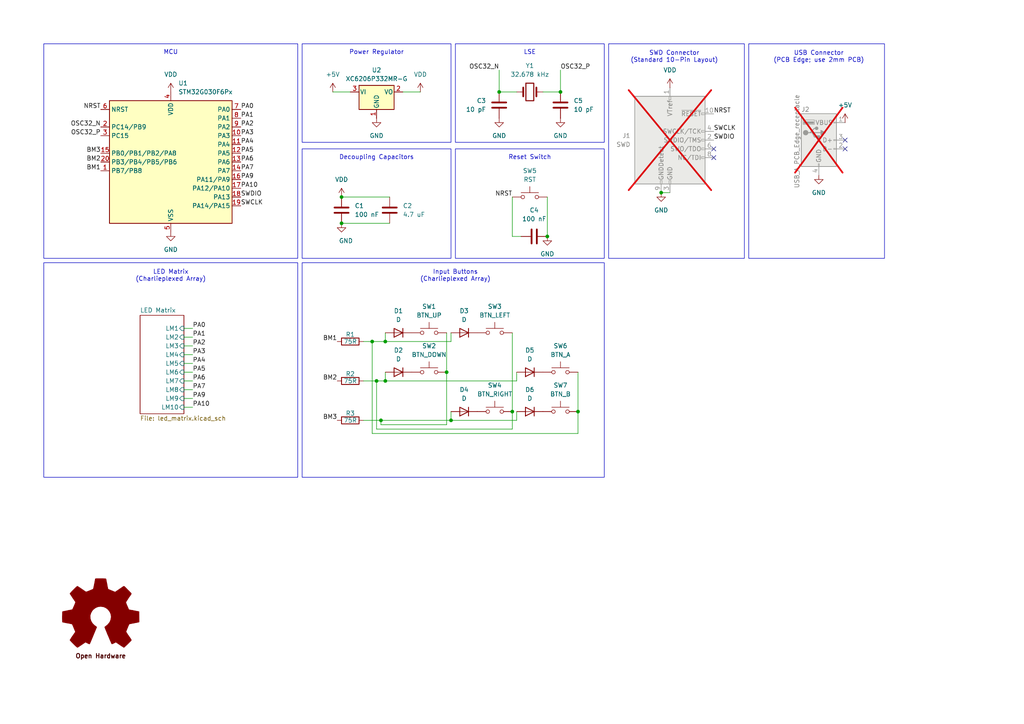
<source format=kicad_sch>
(kicad_sch (version 20231120) (generator "eeschema") (generator_version "8.0")
  (paper "A4")
  (title_block (title "Business Card") (date "2024-07-19") (rev "0") (company "Marian BUschsieweke"))
  (lib_symbols
    (symbol "Connector:Conn_ARM_JTAG_SWD_10" (pin_names (offset 1.016))
      (property "Reference" "J" (at -2.54 16.51 0))
      (property "Value" "Conn_ARM_JTAG_SWD_10" (at -2.54 13.97 0))
      (symbol "Conn_ARM_JTAG_SWD_10_0_1"
        (rectangle (start -10.16 12.7) (end 10.16 -12.7) (stroke (width 0.254)) (fill (type background)))
        (rectangle (start -2.794 -12.7) (end -2.286 -11.684))
        (rectangle (start -0.254 -12.7) (end 0.254 -11.684))
        (rectangle (start -0.254 12.7) (end 0.254 11.684))
        (rectangle (start 9.144 2.286) (end 10.16 2.794))
        (rectangle (start 10.16 -2.794) (end 9.144 -2.286))
        (rectangle (start 10.16 -0.254) (end 9.144 0.254))
        (rectangle (start 10.16 7.874) (end 9.144 7.366))
      )
      (symbol "Conn_ARM_JTAG_SWD_10_1_1"
        (rectangle (start 9.144 -5.334) (end 10.16 -4.826))
        (pin power_in line (at 0 15.24 270) (length 2.54) (name "VTref") (number "1"))
        (pin open_collector line (at 12.7 7.62 180) (length 2.54) (name "~{RESET}") (number "10"))
        (pin bidirectional line (at 12.7 0 180) (length 2.54) (name "SWDIO/TMS") (number "2"))
        (pin power_in line (at 0 -15.24 90) (length 2.54) (name "GND") (number "3"))
        (pin output line (at 12.7 2.54 180) (length 2.54) (name "SWCLK/TCK") (number "4"))
        (pin passive line (at 0 -15.24 90) (length 2.54) hide (name "GND") (number "5"))
        (pin input line (at 12.7 -2.54 180) (length 2.54) (name "SWO/TDO") (number "6"))
        (pin no_connect line (at -10.16 0 0) (length 2.54) hide (name "KEY") (number "7"))
        (pin output line (at 12.7 -5.08 180) (length 2.54) (name "NC/TDI") (number "8"))
        (pin passive line (at -2.54 -15.24 90) (length 2.54) (name "GNDDetect") (number "9"))
      )
    )
    (symbol "Device:C" (pin_numbers hide) (pin_names (offset 0.254))
      (property "Reference" "C" (at 0.635 2.54 0))
      (property "Value" "C" (at 0.635 -2.54 0))
      (symbol "C_0_1"
        (polyline (pts (xy -2.032 -0.762) (xy 2.032 -0.762)) (stroke (width 0.508)))
        (polyline (pts (xy -2.032 0.762) (xy 2.032 0.762)) (stroke (width 0.508)))
      )
      (symbol "C_1_1"
        (pin passive line (at 0 3.81 270) (length 2.794) (name "~") (number "1"))
        (pin passive line (at 0 -3.81 90) (length 2.794) (name "~") (number "2"))
      )
    )
    (symbol "Device:Crystal" (pin_numbers hide) (pin_names (offset 1.016) hide)
      (property "Reference" "Y" (at 0 3.81 0))
      (property "Value" "Crystal" (at 0 -3.81 0))
      (symbol "Crystal_0_1"
        (rectangle (start -1.143 2.54) (end 1.143 -2.54) (stroke (width 0.3048)))
        (polyline (pts (xy -2.54 0) (xy -1.905 0)))
        (polyline (pts (xy -1.905 -1.27) (xy -1.905 1.27)) (stroke (width 0.508)))
        (polyline (pts (xy 1.905 -1.27) (xy 1.905 1.27)) (stroke (width 0.508)))
        (polyline (pts (xy 2.54 0) (xy 1.905 0)))
      )
      (symbol "Crystal_1_1"
        (pin passive line (at -3.81 0 0) (length 1.27) (name "1") (number "1"))
        (pin passive line (at 3.81 0 180) (length 1.27) (name "2") (number "2"))
      )
    )
    (symbol "Device:D" (pin_numbers hide) (pin_names (offset 1.016) hide)
      (property "Reference" "D" (at 0 2.54 0))
      (property "Value" "D" (at 0 -2.54 0))
      (symbol "D_0_1"
        (polyline (pts (xy -1.27 1.27) (xy -1.27 -1.27)) (stroke (width 0.254)))
        (polyline (pts (xy 1.27 0) (xy -1.27 0)))
        (polyline (pts (xy 1.27 1.27) (xy 1.27 -1.27) (xy -1.27 0) (xy 1.27 1.27)) (stroke (width 0.254)))
      )
      (symbol "D_1_1"
        (pin passive line (at -3.81 0 0) (length 2.54) (name "K") (number "1"))
        (pin passive line (at 3.81 0 180) (length 2.54) (name "A") (number "2"))
      )
    )
    (symbol "Device:R" (pin_numbers hide) (pin_names (offset 0))
      (property "Reference" "R" (at 2.032 0 90))
      (property "Value" "R" (at 0 0 90))
      (symbol "R_0_1"
        (rectangle (start -1.016 -2.54) (end 1.016 2.54) (stroke (width 0.254)))
      )
      (symbol "R_1_1"
        (pin passive line (at 0 3.81 270) (length 1.27) (name "~") (number "1"))
        (pin passive line (at 0 -3.81 90) (length 1.27) (name "~") (number "2"))
      )
    )
    (symbol "Graphic:Logo_Open_Hardware_Large" (in_bom no) (on_board no)
      (symbol "Logo_Open_Hardware_Large_1_1"
        (polyline (pts (xy 6.731 -8.7122) (xy 6.6294 -8.6614) (xy 6.35 -8.4836) (xy 5.9944 -8.255) (xy 5.5372 -7.9502) (xy 5.1054 -7.6454) (xy 4.7498 -7.4168) (xy 4.4958 -7.239) (xy 4.3942 -7.1882) (xy 4.318 -7.2136) (xy 4.1148 -7.3152) (xy 3.81 -7.4676) (xy 3.6322 -7.5692) (xy 3.3528 -7.6708) (xy 3.2258 -7.6962) (xy 3.2004 -7.6708) (xy 3.0988 -7.4676) (xy 2.9464 -7.0866) (xy 2.7178 -6.604) (xy 2.4892 -6.0452) (xy 2.2352 -5.4356) (xy 1.9558 -4.826) (xy 1.7272 -4.2164) (xy 1.4986 -3.683) (xy 1.3208 -3.2512) (xy 1.2192 -2.9464) (xy 1.1684 -2.8194) (xy 1.1938 -2.794) (xy 1.3208 -2.667) (xy 1.5748 -2.4892) (xy 2.0828 -2.0574) (xy 2.6162 -1.397) (xy 2.921 -0.6604) (xy 3.048 0.1524) (xy 2.9464 0.9144) (xy 2.6416 1.6256) (xy 2.1336 2.286) (xy 1.524 2.7686) (xy 0.8128 3.0734) (xy 0 3.175) (xy -0.762 3.0988) (xy -1.4986 2.794) (xy -2.159 2.286) (xy -2.4384 1.9812) (xy -2.8194 1.3208) (xy -3.048 0.6096) (xy -3.0734 0.4318) (xy -3.0226 -0.3556) (xy -2.794 -1.0922) (xy -2.3876 -1.7526) (xy -1.8288 -2.3114) (xy -1.7526 -2.3622) (xy -1.4732 -2.5654) (xy -1.2954 -2.6924) (xy -1.1684 -2.8194) (xy -2.159 -5.207) (xy -2.3114 -5.588) (xy -2.5908 -6.2484) (xy -2.8194 -6.8072) (xy -3.0226 -7.2644) (xy -3.1496 -7.5692) (xy -3.2258 -7.6708) (xy -3.2258 -7.6962) (xy -3.302 -7.6962) (xy -3.4798 -7.6454) (xy -3.8354 -7.4676) (xy -4.0386 -7.366) (xy -4.2926 -7.239) (xy -4.4196 -7.1882) (xy -4.5212 -7.239) (xy -4.7498 -7.3914) (xy -5.1054 -7.6454) (xy -5.5372 -7.9248) (xy -5.9436 -8.2042) (xy -6.3246 -8.4582) (xy -6.604 -8.636) (xy -6.731 -8.7122) (xy -6.7564 -8.7122) (xy -6.858 -8.636) (xy -7.0866 -8.4582) (xy -7.4168 -8.1534) (xy -7.874 -7.6962) (xy -7.9502 -7.62) (xy -8.3312 -7.239) (xy -8.636 -6.9088) (xy -8.8392 -6.6802) (xy -8.9154 -6.5786) (xy -8.9154 -6.5786) (xy -8.8392 -6.4516) (xy -8.6614 -6.1722) (xy -8.4328 -5.7912) (xy -8.128 -5.3594) (xy -7.3152 -4.191) (xy -7.7724 -3.0988) (xy -7.8994 -2.7686) (xy -8.0772 -2.3622) (xy -8.2042 -2.0828) (xy -8.255 -1.9558) (xy -8.382 -1.905) (xy -8.6614 -1.8542) (xy -9.0932 -1.7526) (xy -9.6266 -1.651) (xy -10.1092 -1.5748) (xy -10.541 -1.4732) (xy -10.8712 -1.4224) (xy -11.0236 -1.397) (xy -11.049 -1.3716) (xy -11.0744 -1.2954) (xy -11.0998 -1.143) (xy -11.0998 -0.889) (xy -11.1252 -0.4572) (xy -11.1252 0.1524) (xy -11.1252 0.2286) (xy -11.0998 0.8128) (xy -11.0998 1.27) (xy -11.0744 1.5494) (xy -11.0744 1.6764) (xy -11.0744 1.6764) (xy -10.922 1.7018) (xy -10.6172 1.778) (xy -10.16 1.8542) (xy -9.652 1.9558) (xy -9.6012 1.9812) (xy -9.0932 2.0828) (xy -8.636 2.159) (xy -8.3312 2.2352) (xy -8.2042 2.286) (xy -8.1788 2.3114) (xy -8.0772 2.5146) (xy -7.9248 2.8448) (xy -7.747 3.2512) (xy -7.5692 3.6576) (xy -7.4168 4.0386) (xy -7.3152 4.318) (xy -7.2898 4.445) (xy -7.2898 4.445) (xy -7.366 4.572) (xy -7.5438 4.826) (xy -7.7978 5.207) (xy -8.128 5.6642) (xy -8.128 5.6896) (xy -8.4328 6.1468) (xy -8.6868 6.5278) (xy -8.8392 6.7818) (xy -8.9154 6.9088) (xy -8.9154 6.9088) (xy -8.8138 7.0358) (xy -8.5852 7.2898) (xy -8.255 7.6454) (xy -7.874 8.0264) (xy -7.747 8.1534) (xy -7.3152 8.5852) (xy -7.0104 8.8646) (xy -6.8326 8.9916) (xy -6.731 9.0424) (xy -6.731 9.0424) (xy -6.604 8.9408) (xy -6.3246 8.763) (xy -5.9436 8.509) (xy -5.4864 8.2042) (xy -5.461 8.1788) (xy -5.0038 7.874) (xy -4.6482 7.62) (xy -4.3688 7.4422) (xy -4.2672 7.3914) (xy -4.2418 7.3914) (xy -4.064 7.4422) (xy -3.7338 7.5438) (xy -3.3528 7.6962) (xy -2.9464 7.874) (xy -2.5654 8.0264) (xy -2.286 8.1534) (xy -2.159 8.2296) (xy -2.159 8.2296) (xy -2.1082 8.382) (xy -2.032 8.7122) (xy -1.9304 9.1694) (xy -1.8288 9.7282) (xy -1.8034 9.8044) (xy -1.7018 10.3378) (xy -1.6256 10.7696) (xy -1.5748 11.0744) (xy -1.524 11.2014) (xy -1.4478 11.2268) (xy -1.1938 11.2522) (xy -0.8128 11.2522) (xy -0.3302 11.2522) (xy 0.1524 11.2522) (xy 0.6604 11.2522) (xy 1.0668 11.2268) (xy 1.3716 11.2014) (xy 1.4986 11.176) (xy 1.4986 11.176) (xy 1.5494 11.0236) (xy 1.6256 10.6934) (xy 1.7018 10.2108) (xy 1.8288 9.6774) (xy 1.8288 9.5758) (xy 1.9304 9.0424) (xy 2.032 8.6106) (xy 2.0828 8.3058) (xy 2.1336 8.2042) (xy 2.159 8.1788) (xy 2.3876 8.0772) (xy 2.7432 7.9248) (xy 3.175 7.747) (xy 4.191 7.3406) (xy 5.461 8.2042) (xy 5.5626 8.2804) (xy 6.0198 8.5852) (xy 6.3754 8.8392) (xy 6.6294 8.9916) (xy 6.7564 9.0424) (xy 6.7564 9.0424) (xy 6.8834 8.9408) (xy 7.1374 8.7122) (xy 7.4676 8.382) (xy 7.8486 7.9756) (xy 8.1534 7.6962) (xy 8.4836 7.3406) (xy 8.7122 7.112) (xy 8.8392 6.9596) (xy 8.8646 6.858) (xy 8.8646 6.8072) (xy 8.7884 6.6802) (xy 8.6106 6.4008) (xy 8.3312 6.0198) (xy 8.0264 5.588) (xy 7.7978 5.207) (xy 7.5184 4.8006) (xy 7.3406 4.4958) (xy 7.2898 4.3434) (xy 7.2898 4.2926) (xy 7.3914 4.0386) (xy 7.5184 3.683) (xy 7.7216 3.2258) (xy 8.1534 2.2352) (xy 8.7884 2.1082) (xy 9.1948 2.0574) (xy 9.7536 1.9304) (xy 10.2616 1.8288) (xy 11.0998 1.6764) (xy 11.1252 -1.3208) (xy 10.9982 -1.3716) (xy 10.8712 -1.397) (xy 10.5664 -1.4732) (xy 10.1346 -1.5494) (xy 9.6266 -1.651) (xy 9.1948 -1.7272) (xy 8.7376 -1.8288) (xy 8.4328 -1.8796) (xy 8.2804 -1.905) (xy 8.255 -1.9558) (xy 8.1534 -2.159) (xy 7.9756 -2.5146) (xy 7.8232 -2.921) (xy 7.6454 -3.3274) (xy 7.493 -3.7338) (xy 7.366 -4.0132) (xy 7.3406 -4.191) (xy 7.3914 -4.2926) (xy 7.5692 -4.5466) (xy 7.7978 -4.9276) (xy 8.1026 -5.3594) (xy 8.4074 -5.7912) (xy 8.6614 -6.1722) (xy 8.8138 -6.4262) (xy 8.89 -6.5532) (xy 8.8646 -6.6548) (xy 8.6868 -6.858) (xy 8.3566 -7.1882) (xy 7.874 -7.6708) (xy 7.7978 -7.747) (xy 7.3914 -8.128) (xy 7.0612 -8.4328) (xy 6.8326 -8.636) (xy 6.731 -8.7122)) (fill (type outline)))
      )
    )
    (symbol "MCU_ST_STM32G0:STM32G030F6Px"
      (property "Reference" "U" (at -17.78 19.05 0))
      (property "Value" "STM32G030F6Px" (at 2.54 19.05 0))
      (symbol "STM32G030F6Px_0_1"
        (rectangle (start -17.78 -17.78) (end 17.78 17.78) (stroke (width 0.254)) (fill (type background)))
      )
      (symbol "STM32G030F6Px_1_1"
        (pin bidirectional line (at -20.32 -2.54 0) (length 2.54) (name "PB7/PB8") (number "1"))
        (pin bidirectional line (at 20.32 7.62 180) (length 2.54) (name "PA3") (number "10"))
        (pin bidirectional line (at 20.32 5.08 180) (length 2.54) (name "PA4") (number "11"))
        (pin bidirectional line (at 20.32 2.54 180) (length 2.54) (name "PA5") (number "12"))
        (pin bidirectional line (at 20.32 0 180) (length 2.54) (name "PA6") (number "13"))
        (pin bidirectional line (at 20.32 -2.54 180) (length 2.54) (name "PA7") (number "14"))
        (pin bidirectional line (at -20.32 2.54 0) (length 2.54) (name "PB0/PB1/PB2/PA8") (number "15"))
        (pin bidirectional line (at 20.32 -5.08 180) (length 2.54) (name "PA11/PA9") (number "16"))
        (pin bidirectional line (at 20.32 -7.62 180) (length 2.54) (name "PA12/PA10") (number "17"))
        (pin bidirectional line (at 20.32 -10.16 180) (length 2.54) (name "PA13") (number "18"))
        (pin bidirectional line (at 20.32 -12.7 180) (length 2.54) (name "PA14/PA15") (number "19"))
        (pin bidirectional line (at -20.32 10.16 0) (length 2.54) (name "PC14/PB9") (number "2"))
        (pin bidirectional line (at -20.32 0 0) (length 2.54) (name "PB3/PB4/PB5/PB6") (number "20"))
        (pin bidirectional line (at -20.32 7.62 0) (length 2.54) (name "PC15") (number "3"))
        (pin power_in line (at 0 20.32 270) (length 2.54) (name "VDD") (number "4"))
        (pin power_in line (at 0 -20.32 90) (length 2.54) (name "VSS") (number "5"))
        (pin input line (at -20.32 15.24 0) (length 2.54) (name "NRST") (number "6"))
        (pin bidirectional line (at 20.32 15.24 180) (length 2.54) (name "PA0") (number "7"))
        (pin bidirectional line (at 20.32 12.7 180) (length 2.54) (name "PA1") (number "8"))
        (pin bidirectional line (at 20.32 10.16 180) (length 2.54) (name "PA2") (number "9"))
      )
    )
    (symbol "Project Symbols:USB_A_PCB_Edge_receptacle" (pin_names (offset 1.016)) (in_bom no)
      (property "Reference" "J" (at -5.08 11.43 0))
      (property "Value" "USB_A_PCB_Edge_receptacle" (at -5.08 8.89 0))
      (symbol "USB_A_PCB_Edge_receptacle_0_1"
        (rectangle (start -5.08 -7.62) (end 5.08 7.62) (stroke (width 0.254)) (fill (type background)))
        (circle (center -3.81 2.159) (radius 0.635) (stroke (width 0.254)) (fill (type outline)))
        (rectangle (start -1.524 4.826) (end -4.318 5.334) (fill (type outline)))
        (rectangle (start -1.27 4.572) (end -4.572 5.842))
        (circle (center -0.635 3.429) (radius 0.381) (stroke (width 0.254)) (fill (type outline)))
        (rectangle (start -0.127 -7.62) (end 0.127 -6.858))
        (polyline (pts (xy -3.175 2.159) (xy -2.54 2.159) (xy -1.27 3.429) (xy -0.635 3.429)) (stroke (width 0.254)))
        (polyline (pts (xy -2.54 2.159) (xy -1.905 2.159) (xy -1.27 0.889) (xy 0 0.889)) (stroke (width 0.254)))
        (polyline (pts (xy 0.635 2.794) (xy 0.635 1.524) (xy 1.905 2.159) (xy 0.635 2.794)) (stroke (width 0.254)) (fill (type outline)))
        (rectangle (start 0.254 1.27) (end -0.508 0.508) (stroke (width 0.254)) (fill (type outline)))
        (rectangle (start 5.08 -2.667) (end 4.318 -2.413))
        (rectangle (start 5.08 -0.127) (end 4.318 0.127))
        (rectangle (start 5.08 4.953) (end 4.318 5.207))
      )
      (symbol "USB_A_PCB_Edge_receptacle_1_1"
        (polyline (pts (xy -1.905 2.159) (xy 0.635 2.159)) (stroke (width 0.254)))
        (pin power_out line (at 7.62 5.08 180) (length 2.54) (name "VBUS") (number "1"))
        (pin bidirectional line (at 7.62 -2.54 180) (length 2.54) (name "D-") (number "2"))
        (pin bidirectional line (at 7.62 0 180) (length 2.54) (name "D+") (number "3"))
        (pin power_out line (at 0 -10.16 90) (length 2.54) (name "GND") (number "4"))
      )
    )
    (symbol "Regulator_Linear:XC6206PxxxMR" (pin_names (offset 0.254))
      (property "Reference" "U" (at -3.81 3.175 0))
      (property "Value" "XC6206PxxxMR" (at 0 3.175 0))
      (symbol "XC6206PxxxMR_0_1"
        (rectangle (start -5.08 1.905) (end 5.08 -5.08) (stroke (width 0.254)) (fill (type background)))
      )
      (symbol "XC6206PxxxMR_1_1"
        (pin power_in line (at 0 -7.62 90) (length 2.54) (name "GND") (number "1"))
        (pin power_out line (at 7.62 0 180) (length 2.54) (name "VO") (number "2"))
        (pin power_in line (at -7.62 0 0) (length 2.54) (name "VI") (number "3"))
      )
    )
    (symbol "Switch:SW_Push" (pin_numbers hide) (pin_names (offset 1.016) hide)
      (property "Reference" "SW" (at 1.27 2.54 0))
      (property "Value" "SW_Push" (at 0 -1.524 0))
      (symbol "SW_Push_0_1"
        (circle (center -2.032 0) (radius 0.508))
        (polyline (pts (xy 0 1.27) (xy 0 3.048)))
        (polyline (pts (xy 2.54 1.27) (xy -2.54 1.27)))
        (circle (center 2.032 0) (radius 0.508))
        (pin passive line (at -5.08 0 0) (length 2.54) (name "1") (number "1"))
        (pin passive line (at 5.08 0 180) (length 2.54) (name "2") (number "2"))
      )
    )
    (symbol "power:+5V" (power) (pin_numbers hide) (pin_names (offset 0) hide)
      (property "Value" "+5V" (at 0 3.556 0))
      (symbol "+5V_0_1"
        (polyline (pts (xy -0.762 1.27) (xy 0 2.54)))
        (polyline (pts (xy 0 0) (xy 0 2.54)))
        (polyline (pts (xy 0 2.54) (xy 0.762 1.27)))
      )
      (symbol "+5V_1_1"
        (pin power_in line (at 0 0 90) (length 0) (name "~") (number "1"))
      )
    )
    (symbol "power:GND" (power) (pin_numbers hide) (pin_names (offset 0) hide)
      (property "Value" "GND" (at 0 -3.81 0))
      (symbol "GND_0_1"
        (polyline (pts (xy 0 0) (xy 0 -1.27) (xy 1.27 -1.27) (xy 0 -2.54) (xy -1.27 -1.27) (xy 0 -1.27)))
      )
      (symbol "GND_1_1"
        (pin power_in line (at 0 0 270) (length 0) (name "~") (number "1"))
      )
    )
    (symbol "power:VDD" (power) (pin_numbers hide) (pin_names (offset 0) hide)
      (property "Value" "VDD" (at 0 3.556 0))
      (symbol "VDD_0_1"
        (polyline (pts (xy -0.762 1.27) (xy 0 2.54)))
        (polyline (pts (xy 0 0) (xy 0 2.54)))
        (polyline (pts (xy 0 2.54) (xy 0.762 1.27)))
      )
      (symbol "VDD_1_1"
        (pin power_in line (at 0 0 90) (length 0) (name "~") (number "1"))
      )
    )
  )
  (junction (at 99.06 64.77))
  (junction (at 107.95 99.06))
  (junction (at 158.75 68.58))
  (junction (at 129.54 107.95))
  (junction (at 167.64 119.38))
  (junction (at 148.59 119.38))
  (junction (at 110.49 121.92))
  (junction (at 162.56 26.67))
  (junction (at 130.81 121.92))
  (junction (at 109.22 110.49))
  (junction (at 191.77 55.88))
  (junction (at 144.78 26.67))
  (junction (at 99.06 57.15))
  (junction (at 111.76 110.49))
  (junction (at 111.76 99.06))
  (no_connect (at 245.11 40.64))
  (no_connect (at 207.01 43.18))
  (no_connect (at 207.01 45.72))
  (no_connect (at 245.11 43.18))
  (wire (pts (xy 110.49 123.19) (xy 129.54 123.19)))
  (wire (pts (xy 130.81 96.52) (xy 130.81 99.06)))
  (wire (pts (xy 148.59 119.38) (xy 148.59 124.46)))
  (wire (pts (xy 105.41 121.92) (xy 110.49 121.92)))
  (wire (pts (xy 129.54 96.52) (xy 129.54 107.95)))
  (wire (pts (xy 53.34 115.57) (xy 55.88 115.57)))
  (wire (pts (xy 144.78 26.67) (xy 149.86 26.67)))
  (wire (pts (xy 110.49 121.92) (xy 110.49 123.19)))
  (wire (pts (xy 53.34 113.03) (xy 55.88 113.03)))
  (wire (pts (xy 109.22 124.46) (xy 148.59 124.46)))
  (wire (pts (xy 130.81 119.38) (xy 130.81 121.92)))
  (wire (pts (xy 130.81 121.92) (xy 149.86 121.92)))
  (wire (pts (xy 105.41 99.06) (xy 107.95 99.06)))
  (wire (pts (xy 191.77 55.88) (xy 194.31 55.88)))
  (wire (pts (xy 105.41 110.49) (xy 109.22 110.49)))
  (wire (pts (xy 144.78 20.32) (xy 144.78 26.67)))
  (wire (pts (xy 53.34 107.95) (xy 55.88 107.95)))
  (wire (pts (xy 167.64 107.95) (xy 167.64 119.38)))
  (wire (pts (xy 148.59 96.52) (xy 148.59 119.38)))
  (wire (pts (xy 53.34 97.79) (xy 55.88 97.79)))
  (wire (pts (xy 107.95 125.73) (xy 167.64 125.73)))
  (wire (pts (xy 96.52 26.67) (xy 101.6 26.67)))
  (wire (pts (xy 111.76 99.06) (xy 130.81 99.06)))
  (wire (pts (xy 53.34 95.25) (xy 55.88 95.25)))
  (wire (pts (xy 116.84 26.67) (xy 121.92 26.67)))
  (wire (pts (xy 53.34 110.49) (xy 55.88 110.49)))
  (wire (pts (xy 167.64 119.38) (xy 167.64 125.73)))
  (wire (pts (xy 129.54 107.95) (xy 129.54 123.19)))
  (wire (pts (xy 148.59 68.58) (xy 148.59 57.15)))
  (wire (pts (xy 157.48 26.67) (xy 162.56 26.67)))
  (wire (pts (xy 162.56 20.32) (xy 162.56 26.67)))
  (wire (pts (xy 151.13 68.58) (xy 148.59 68.58)))
  (wire (pts (xy 149.86 107.95) (xy 149.86 110.49)))
  (wire (pts (xy 99.06 64.77) (xy 113.03 64.77)))
  (wire (pts (xy 99.06 57.15) (xy 113.03 57.15)))
  (wire (pts (xy 109.22 110.49) (xy 109.22 124.46)))
  (wire (pts (xy 158.75 57.15) (xy 158.75 68.58)))
  (wire (pts (xy 109.22 110.49) (xy 111.76 110.49)))
  (wire (pts (xy 149.86 119.38) (xy 149.86 121.92)))
  (wire (pts (xy 107.95 99.06) (xy 107.95 125.73)))
  (wire (pts (xy 53.34 100.33) (xy 55.88 100.33)))
  (wire (pts (xy 111.76 96.52) (xy 111.76 99.06)))
  (wire (pts (xy 110.49 121.92) (xy 130.81 121.92)))
  (wire (pts (xy 107.95 99.06) (xy 111.76 99.06)))
  (wire (pts (xy 53.34 118.11) (xy 55.88 118.11)))
  (wire (pts (xy 111.76 107.95) (xy 111.76 110.49)))
  (wire (pts (xy 53.34 102.87) (xy 55.88 102.87)))
  (wire (pts (xy 53.34 105.41) (xy 55.88 105.41)))
  (wire (pts (xy 111.76 110.49) (xy 149.86 110.49)))
  (rectangle (start 87.63 76.2) (end 175.26 138.43))
  (rectangle (start 176.53 12.7) (end 215.9 74.93))
  (rectangle (start 12.7 76.2) (end 86.36 138.43))
  (rectangle (start 217.17 12.7) (end 256.54 74.93))
  (rectangle (start 132.08 43.18) (end 175.26 74.93))
  (rectangle (start 132.08 12.7) (end 175.26 41.275))
  (rectangle (start 87.63 12.7) (end 130.81 41.275))
  (rectangle (start 12.7 12.7) (end 86.36 74.93))
  (rectangle (start 87.63 43.18) (end 130.81 74.93))
  (text "Input Buttons\n(Charlieplexed Array)" (at 132.08 80.01 0) (effects (font (size 1.27 1.27))))
  (text "SWD Connector\n(Standard 10-Pin Layout)" (at 195.58 16.51 0) (effects (font (size 1.27 1.27))))
  (text "MCU" (at 49.53 15.24 0) (effects (font (size 1.27 1.27))))
  (text "Reset Switch" (at 153.67 45.72 0) (effects (font (size 1.27 1.27))))
  (text "Power Regulator" (at 109.22 15.24 0) (effects (font (size 1.27 1.27))))
  (text "LSE" (at 153.67 15.24 0) (effects (font (size 1.27 1.27))))
  (text "Decoupling Capacitors" (at 109.22 45.72 0) (effects (font (size 1.27 1.27))))
  (text "USB Connector\n(PCB Edge; use 2mm PCB)" (at 237.49 16.51 0) (effects (font (size 1.27 1.27))))
  (text "LED Matrix\n(Charlieplexed Array)" (at 49.53 80.01 0) (effects (font (size 1.27 1.27))))
  (text "Open Hardware" (at 29.21 190.5 0) (effects (font (size 1.27 1.27) (thickness 0.254) (bold yes))))
  (label "PA7" (at 69.85 49.53 0))
  (label "PA5" (at 69.85 44.45 0))
  (label "PA7" (at 55.88 113.03 0))
  (label "SWCLK" (at 69.85 59.69 0))
  (label "PA10" (at 69.85 54.61 0))
  (label "PA3" (at 55.88 102.87 0))
  (label "BM3" (at 29.21 44.45 180))
  (label "PA2" (at 69.85 36.83 0))
  (label "PA3" (at 69.85 39.37 0))
  (label "PA6" (at 55.88 110.49 0))
  (label "SWDIO" (at 207.01 40.64 0))
  (label "BM2" (at 29.21 46.99 180))
  (label "PA10" (at 55.88 118.11 0))
  (label "BM2" (at 97.79 110.49 180))
  (label "OSC32_N" (at 144.78 20.32 180))
  (label "PA0" (at 69.85 31.75 0))
  (label "PA4" (at 69.85 41.91 0))
  (label "PA1" (at 55.88 97.79 0))
  (label "PA9" (at 69.85 52.07 0))
  (label "SWCLK" (at 207.01 38.1 0))
  (label "OSC32_P" (at 162.56 20.32 0))
  (label "NRST" (at 148.59 57.15 180))
  (label "PA4" (at 55.88 105.41 0))
  (label "PA5" (at 55.88 107.95 0))
  (label "PA2" (at 55.88 100.33 0))
  (label "SWDIO" (at 69.85 57.15 0))
  (label "BM1" (at 97.79 99.06 180))
  (label "OSC32_N" (at 29.21 36.83 180))
  (label "NRST" (at 207.01 33.02 0))
  (label "PA1" (at 69.85 34.29 0))
  (label "NRST" (at 29.21 31.75 180))
  (label "PA9" (at 55.88 115.57 0))
  (label "PA0" (at 55.88 95.25 0))
  (label "OSC32_P" (at 29.21 39.37 180))
  (label "BM3" (at 97.79 121.92 180))
  (label "BM1" (at 29.21 49.53 180))
  (label "PA6" (at 69.85 46.99 0))
  (symbol (lib_id "power:VDD") (at 49.53 26.67 0) (unit 1)
    (property "Reference" "#PWR01" (effects (hide yes)))
    (property "Value" "VDD" (at 49.53 21.59 0))
    (property "Description" "Power symbol creates a global label with name \"VDD\"" (effects (hide yes)))
  )
  (symbol (lib_id "Switch:SW_Push") (at 162.56 119.38 0) (unit 1)
    (property "Reference" "SW7" (at 162.56 111.76 0))
    (property "Value" "BTN_B" (at 162.56 114.3 0))
    (property "Footprint" "Button_Switch_SMD:SW_Push_1P1T_XKB_TS-1187A" (effects (hide yes)))
    (property "Datasheet" "https://wmsc.lcsc.com/wmsc/upload/file/pdf/v2/lcsc/2304140030_XKB-Connection-TS-1187A-B-A-B_C318884.pdf" (effects (hide yes)))
    (property "Description" "Push button switch, generic, two pins" (effects (hide yes)))
    (property "MPN" "C318884" (effects (hide yes)))
  )
  (symbol (lib_id "power:GND") (at 49.53 67.31 0) (unit 1)
    (property "Reference" "#PWR02" (effects (hide yes)))
    (property "Value" "GND" (at 49.53 72.39 0))
    (property "Description" "Power symbol creates a global label with name \"GND\" , ground" (effects (hide yes)))
  )
  (symbol (lib_id "power:GND") (at 162.56 34.29 0) (unit 1)
    (property "Reference" "#PWR010" (effects (hide yes)))
    (property "Value" "GND" (at 162.56 39.37 0))
    (property "Description" "Power symbol creates a global label with name \"GND\" , ground" (effects (hide yes)))
  )
  (symbol (lib_id "Device:C") (at 154.94 68.58 90) (unit 1)
    (property "Reference" "C4" (at 154.94 60.96 90))
    (property "Value" "100 nF" (at 154.94 63.5 90))
    (property "Footprint" "Capacitor_SMD:C_0402_1005Metric" (effects (hide yes)))
    (property "Datasheet" "https://wmsc.lcsc.com/wmsc/upload/file/pdf/v2/lcsc/2304140030_Samsung-Electro-Mechanics-CL05B104KO5NNNC_C1525.pdf" (effects (hide yes)))
    (property "Description" "Unpolarized capacitor" (effects (hide yes)))
    (property "MPN" "C1525" (effects (hide yes)))
  )
  (symbol (lib_id "power:GND") (at 237.49 50.8 0) (unit 1)
    (property "Reference" "#PWR013" (effects (hide yes)))
    (property "Value" "GND" (at 237.49 55.88 0))
    (property "Description" "Power symbol creates a global label with name \"GND\" , ground" (effects (hide yes)))
  )
  (symbol (lib_id "power:GND") (at 158.75 68.58 0) (unit 1)
    (property "Reference" "#PWR09" (effects (hide yes)))
    (property "Value" "GND" (at 158.75 73.66 0))
    (property "Description" "Power symbol creates a global label with name \"GND\" , ground" (effects (hide yes)))
  )
  (symbol (lib_id "Project Symbols:USB_A_PCB_Edge_receptacle") (at 237.49 40.64 0) (unit 1) (in_bom no) (dnp yes)
    (property "Reference" "J2" (at 232.41 31.75 0) (effects (justify left)))
    (property "Value" "USB_A_PCB_Edge_receptacle" (at 231.14 54.61 90) (effects (justify left)))
    (property "Footprint" "Project Footprints:USB_A_PCB_Edge_receptacle" (effects (hide yes)))
    (property "Description" "USB Type A connector" (effects (hide yes)))
  )
  (symbol (lib_id "power:VDD") (at 121.92 26.67 0) (unit 1)
    (property "Reference" "#PWR07" (effects (hide yes)))
    (property "Value" "VDD" (at 121.92 21.59 0))
    (property "Description" "Power symbol creates a global label with name \"VDD\"" (effects (hide yes)))
  )
  (symbol (lib_id "Device:C") (at 162.56 30.48 0) (unit 1)
    (property "Reference" "C5" (at 166.37 29.2099 0) (effects (justify left)))
    (property "Value" "10 pF" (at 166.37 31.7499 0) (effects (justify left)))
    (property "Footprint" "Capacitor_SMD:C_0402_1005Metric" (effects (hide yes)))
    (property "Datasheet" "https://wmsc.lcsc.com/wmsc/upload/file/pdf/v2/lcsc/2304140030_Samsung-Electro-Mechanics-CL05C100JB5NNNC_C32949.pdf" (effects (hide yes)))
    (property "Description" "Unpolarized capacitor" (effects (hide yes)))
    (property "MPN" "C32949" (effects (hide yes)))
  )
  (symbol (lib_id "Device:D") (at 115.57 107.95 180) (unit 1)
    (property "Reference" "D2" (at 115.57 101.6 0))
    (property "Value" "D" (at 115.57 104.14 0))
    (property "Footprint" "Diode_SMD:D_SOD-123F" (effects (hide yes)))
    (property "Datasheet" "https://wmsc.lcsc.com/wmsc/upload/file/pdf/v2/lcsc/2407101127_MDD-Microdiode-Semiconductor-SM4007PL_C64898.pdf" (effects (hide yes)))
    (property "Description" "Diode" (effects (hide yes)))
    (property "Sim.Device" "D" (effects (hide yes)))
    (property "Sim.Pins" "1=K 2=A" (effects (hide yes)))
    (property "MPN" "C64898" (effects (hide yes)))
  )
  (symbol (lib_id "power:+5V") (at 96.52 26.67 0) (unit 1)
    (property "Reference" "#PWR03" (effects (hide yes)))
    (property "Value" "+5V" (at 96.52 21.59 0))
    (property "Description" "Power symbol creates a global label with name \"+5V\"" (effects (hide yes)))
  )
  (symbol (lib_id "Regulator_Linear:XC6206PxxxMR") (at 109.22 26.67 0) (unit 1)
    (property "Reference" "U2" (at 109.22 20.32 0))
    (property "Value" "XC6206P332MR-G" (at 109.22 22.86 0))
    (property "Footprint" "Package_TO_SOT_SMD:SOT-23-3" (effects (hide yes)))
    (property "Datasheet" "https://www.torexsemi.com/file/xc6206/XC6206.pdf" (effects (hide yes)))
    (property "Description" "Positive 60-250mA Low Dropout Regulator, Fixed Output, SOT-23" (effects (hide yes)))
    (property "MPN" "C5446" (effects (hide yes)))
  )
  (symbol (lib_id "Switch:SW_Push") (at 124.46 96.52 0) (unit 1)
    (property "Reference" "SW1" (at 124.46 88.9 0))
    (property "Value" "BTN_UP" (at 124.46 91.44 0))
    (property "Footprint" "Button_Switch_SMD:SW_Push_1P1T_XKB_TS-1187A" (effects (hide yes)))
    (property "Datasheet" "https://wmsc.lcsc.com/wmsc/upload/file/pdf/v2/lcsc/2304140030_XKB-Connection-TS-1187A-B-A-B_C318884.pdf" (effects (hide yes)))
    (property "Description" "Push button switch, generic, two pins" (effects (hide yes)))
    (property "MPN" "C318884" (effects (hide yes)))
  )
  (symbol (lib_id "Device:R") (at 101.6 121.92 90) (unit 1)
    (property "Reference" "R3" (at 101.6 119.888 90))
    (property "Value" "75R" (at 101.6 121.92 90))
    (property "Footprint" "Resistor_SMD:R_0603_1608Metric" (effects (hide yes)))
    (property "Datasheet" "https://wmsc.lcsc.com/wmsc/upload/file/pdf/v2/lcsc/2206010216_UNI-ROYAL-Uniroyal-Elec-0603WAF750JT5E_C4275.pdf" (effects (hide yes)))
    (property "Description" "Resistor" (effects (hide yes)))
    (property "MPN" "C4275" (effects (hide yes)))
  )
  (symbol (lib_id "Device:D") (at 115.57 96.52 180) (unit 1)
    (property "Reference" "D1" (at 115.57 90.17 0))
    (property "Value" "D" (at 115.57 92.71 0))
    (property "Footprint" "Diode_SMD:D_SOD-123F" (effects (hide yes)))
    (property "Datasheet" "https://wmsc.lcsc.com/wmsc/upload/file/pdf/v2/lcsc/2407101127_MDD-Microdiode-Semiconductor-SM4007PL_C64898.pdf" (effects (hide yes)))
    (property "Description" "Diode" (effects (hide yes)))
    (property "Sim.Device" "D" (effects (hide yes)))
    (property "Sim.Pins" "1=K 2=A" (effects (hide yes)))
    (property "MPN" "C64898" (effects (hide yes)))
  )
  (symbol (lib_id "Device:Crystal") (at 153.67 26.67 0) (unit 1)
    (property "Reference" "Y1" (at 153.67 19.05 0))
    (property "Value" "32.678 kHz" (at 153.67 21.59 0))
    (property "Footprint" "Crystal:Crystal_SMD_3215-2Pin_3.2x1.5mm" (effects (hide yes)))
    (property "Datasheet" "https://wmsc.lcsc.com/wmsc/upload/file/pdf/v2/lcsc/2404180925_Seiko-Epson-Q13FC13500004_C32346.pdf" (effects (hide yes)))
    (property "Description" "Two pin crystal" (effects (hide yes)))
    (property "MPN" "C32346" (effects (hide yes)))
  )
  (symbol (lib_id "Device:C") (at 144.78 30.48 0) (unit 1)
    (property "Reference" "C3" (at 140.97 29.21 0) (effects (justify right)))
    (property "Value" "10 pF" (at 140.97 31.75 0) (effects (justify right)))
    (property "Footprint" "Capacitor_SMD:C_0402_1005Metric" (effects (hide yes)))
    (property "Datasheet" "https://wmsc.lcsc.com/wmsc/upload/file/pdf/v2/lcsc/2304140030_Samsung-Electro-Mechanics-CL05C100JB5NNNC_C32949.pdf" (effects (hide yes)))
    (property "Description" "Unpolarized capacitor" (effects (hide yes)))
    (property "MPN" "C32949" (effects (hide yes)))
  )
  (symbol (lib_id "Switch:SW_Push") (at 153.67 57.15 0) (unit 1)
    (property "Reference" "SW5" (at 153.67 49.53 0))
    (property "Value" "RST" (at 153.67 52.07 0))
    (property "Footprint" "Button_Switch_SMD:SW_Push_1P1T_XKB_TS-1187A" (effects (hide yes)))
    (property "Datasheet" "https://wmsc.lcsc.com/wmsc/upload/file/pdf/v2/lcsc/2304140030_XKB-Connection-TS-1187A-B-A-B_C318884.pdf" (effects (hide yes)))
    (property "Description" "Push button switch, generic, two pins" (effects (hide yes)))
    (property "MPN" "C318884" (effects (hide yes)))
  )
  (symbol (lib_id "MCU_ST_STM32G0:STM32G030F6Px") (at 49.53 46.99 0) (unit 1)
    (property "Reference" "U1" (at 51.7241 24.13 0) (effects (justify left)))
    (property "Value" "STM32G030F6Px" (at 51.7241 26.67 0) (effects (justify left)))
    (property "Footprint" "Package_SO:TSSOP-20_4.4x6.5mm_P0.65mm" (effects (hide yes)))
    (property "Datasheet" "https://www.st.com/resource/en/datasheet/stm32g030f6.pdf" (effects (hide yes)))
    (property "Description" "STMicroelectronics Arm Cortex-M0+ MCU, 32KB flash, 8KB RAM, 64 MHz, 2.0-3.6V, 17 GPIO, TSSOP20" (effects (hide yes)))
    (property "MPN" "C529330" (effects (hide yes)))
  )
  (symbol (lib_id "Switch:SW_Push") (at 143.51 96.52 0) (unit 1)
    (property "Reference" "SW3" (at 143.51 88.9 0))
    (property "Value" "BTN_LEFT" (at 143.51 91.44 0))
    (property "Footprint" "Button_Switch_SMD:SW_Push_1P1T_XKB_TS-1187A" (effects (hide yes)))
    (property "Datasheet" "https://wmsc.lcsc.com/wmsc/upload/file/pdf/v2/lcsc/2304140030_XKB-Connection-TS-1187A-B-A-B_C318884.pdf" (effects (hide yes)))
    (property "Description" "Push button switch, generic, two pins" (effects (hide yes)))
    (property "MPN" "C318884" (effects (hide yes)))
  )
  (symbol (lib_id "power:VDD") (at 99.06 57.15 0) (unit 1)
    (property "Reference" "#PWR04" (effects (hide yes)))
    (property "Value" "VDD" (at 99.06 52.07 0))
    (property "Description" "Power symbol creates a global label with name \"VDD\"" (effects (hide yes)))
  )
  (symbol (lib_id "Device:R") (at 101.6 110.49 90) (unit 1)
    (property "Reference" "R2" (at 101.6 108.458 90))
    (property "Value" "75R" (at 101.6 110.49 90))
    (property "Footprint" "Resistor_SMD:R_0603_1608Metric" (effects (hide yes)))
    (property "Datasheet" "https://wmsc.lcsc.com/wmsc/upload/file/pdf/v2/lcsc/2206010216_UNI-ROYAL-Uniroyal-Elec-0603WAF750JT5E_C4275.pdf" (effects (hide yes)))
    (property "Description" "Resistor" (effects (hide yes)))
    (property "MPN" "C4275" (effects (hide yes)))
  )
  (symbol (lib_id "Device:D") (at 153.67 119.38 180) (unit 1)
    (property "Reference" "D6" (at 153.67 113.03 0))
    (property "Value" "D" (at 153.67 115.57 0))
    (property "Footprint" "Diode_SMD:D_SOD-123F" (effects (hide yes)))
    (property "Datasheet" "https://wmsc.lcsc.com/wmsc/upload/file/pdf/v2/lcsc/2407101127_MDD-Microdiode-Semiconductor-SM4007PL_C64898.pdf" (effects (hide yes)))
    (property "Description" "Diode" (effects (hide yes)))
    (property "Sim.Device" "D" (effects (hide yes)))
    (property "Sim.Pins" "1=K 2=A" (effects (hide yes)))
    (property "MPN" "C64898" (effects (hide yes)))
  )
  (symbol (lib_id "Device:C") (at 99.06 60.96 0) (unit 1)
    (property "Reference" "C1" (at 102.87 59.6899 0) (effects (justify left)))
    (property "Value" "100 nF" (at 102.87 62.2299 0) (effects (justify left)))
    (property "Footprint" "Capacitor_SMD:C_0402_1005Metric" (effects (hide yes)))
    (property "Datasheet" "https://wmsc.lcsc.com/wmsc/upload/file/pdf/v2/lcsc/2304140030_Samsung-Electro-Mechanics-CL05B104KO5NNNC_C1525.pdf" (effects (hide yes)))
    (property "Description" "Unpolarized capacitor" (effects (hide yes)))
    (property "MPN" "C1525" (effects (hide yes)))
  )
  (symbol (lib_id "power:GND") (at 99.06 64.77 0) (unit 1)
    (property "Reference" "#PWR05" (effects (hide yes)))
    (property "Value" "GND" (at 100.33 69.85 0))
    (property "Description" "Power symbol creates a global label with name \"GND\" , ground" (effects (hide yes)))
  )
  (symbol (lib_id "Device:C") (at 113.03 60.96 0) (unit 1)
    (property "Reference" "C2" (at 116.84 59.6899 0) (effects (justify left)))
    (property "Value" "4.7 uF" (at 116.84 62.2299 0) (effects (justify left)))
    (property "Footprint" "Capacitor_SMD:C_0402_1005Metric" (effects (hide yes)))
    (property "Datasheet" "https://wmsc.lcsc.com/wmsc/upload/file/pdf/v2/lcsc/2304140030_Samsung-Electro-Mechanics-CL05A475MP5NRNC_C23733.pdf" (effects (hide yes)))
    (property "Description" "Unpolarized capacitor" (effects (hide yes)))
    (property "MPN" "C23733" (effects (hide yes)))
  )
  (symbol (lib_id "Device:R") (at 101.6 99.06 90) (unit 1)
    (property "Reference" "R1" (at 101.6 97.028 90))
    (property "Value" "75R" (at 101.6 99.06 90))
    (property "Footprint" "Resistor_SMD:R_0603_1608Metric" (effects (hide yes)))
    (property "Datasheet" "https://wmsc.lcsc.com/wmsc/upload/file/pdf/v2/lcsc/2206010216_UNI-ROYAL-Uniroyal-Elec-0603WAF750JT5E_C4275.pdf" (effects (hide yes)))
    (property "Description" "Resistor" (effects (hide yes)))
    (property "MPN" "C4275" (effects (hide yes)))
  )
  (symbol (lib_id "power:GND") (at 144.78 34.29 0) (unit 1)
    (property "Reference" "#PWR08" (effects (hide yes)))
    (property "Value" "GND" (at 144.78 39.37 0))
    (property "Description" "Power symbol creates a global label with name \"GND\" , ground" (effects (hide yes)))
  )
  (symbol (lib_id "Switch:SW_Push") (at 143.51 119.38 0) (unit 1)
    (property "Reference" "SW4" (at 143.51 111.76 0))
    (property "Value" "BTN_RIGHT" (at 143.51 114.3 0))
    (property "Footprint" "Button_Switch_SMD:SW_Push_1P1T_XKB_TS-1187A" (effects (hide yes)))
    (property "Datasheet" "https://wmsc.lcsc.com/wmsc/upload/file/pdf/v2/lcsc/2304140030_XKB-Connection-TS-1187A-B-A-B_C318884.pdf" (effects (hide yes)))
    (property "Description" "Push button switch, generic, two pins" (effects (hide yes)))
    (property "MPN" "C318884" (effects (hide yes)))
  )
  (symbol (lib_id "Device:D") (at 153.67 107.95 180) (unit 1)
    (property "Reference" "D5" (at 153.67 101.6 0))
    (property "Value" "D" (at 153.67 104.14 0))
    (property "Footprint" "Diode_SMD:D_SOD-123F" (effects (hide yes)))
    (property "Datasheet" "https://wmsc.lcsc.com/wmsc/upload/file/pdf/v2/lcsc/2407101127_MDD-Microdiode-Semiconductor-SM4007PL_C64898.pdf" (effects (hide yes)))
    (property "Description" "Diode" (effects (hide yes)))
    (property "Sim.Device" "D" (effects (hide yes)))
    (property "Sim.Pins" "1=K 2=A" (effects (hide yes)))
    (property "MPN" "C64898" (effects (hide yes)))
  )
  (symbol (lib_id "Switch:SW_Push") (at 124.46 107.95 0) (unit 1)
    (property "Reference" "SW2" (at 124.46 100.33 0))
    (property "Value" "BTN_DOWN" (at 124.46 102.87 0))
    (property "Footprint" "Button_Switch_SMD:SW_Push_1P1T_XKB_TS-1187A" (effects (hide yes)))
    (property "Datasheet" "https://wmsc.lcsc.com/wmsc/upload/file/pdf/v2/lcsc/2304140030_XKB-Connection-TS-1187A-B-A-B_C318884.pdf" (effects (hide yes)))
    (property "Description" "Push button switch, generic, two pins" (effects (hide yes)))
    (property "MPN" "C318884" (effects (hide yes)))
  )
  (symbol (lib_id "Switch:SW_Push") (at 162.56 107.95 0) (unit 1)
    (property "Reference" "SW6" (at 162.56 100.33 0))
    (property "Value" "BTN_A" (at 162.56 102.87 0))
    (property "Footprint" "Button_Switch_SMD:SW_Push_1P1T_XKB_TS-1187A" (effects (hide yes)))
    (property "Datasheet" "https://wmsc.lcsc.com/wmsc/upload/file/pdf/v2/lcsc/2304140030_XKB-Connection-TS-1187A-B-A-B_C318884.pdf" (effects (hide yes)))
    (property "Description" "Push button switch, generic, two pins" (effects (hide yes)))
    (property "MPN" "C318884" (effects (hide yes)))
  )
  (symbol (lib_id "Connector:Conn_ARM_JTAG_SWD_10") (at 194.31 40.64 0) (unit 1) (in_bom no) (dnp yes)
    (property "Reference" "J1" (at 182.88 39.3699 0) (effects (justify right)))
    (property "Value" "SWD" (at 182.88 41.9099 0) (effects (justify right)))
    (property "Footprint" "Connector_PinHeader_1.27mm:PinHeader_2x05_P1.27mm_Vertical" (effects (hide yes)))
    (property "Datasheet" "http://infocenter.arm.com/help/topic/com.arm.doc.ddi0314h/DDI0314H_coresight_components_trm.pdf" (effects (hide yes)))
    (property "Description" "Cortex Debug Connector, standard ARM Cortex-M SWD and JTAG interface" (effects (hide yes)))
  )
  (symbol (lib_id "power:GND") (at 109.22 34.29 0) (unit 1)
    (property "Reference" "#PWR06" (effects (hide yes)))
    (property "Value" "GND" (at 109.22 39.37 0))
    (property "Description" "Power symbol creates a global label with name \"GND\" , ground" (effects (hide yes)))
  )
  (symbol (lib_id "Device:D") (at 134.62 96.52 180) (unit 1)
    (property "Reference" "D3" (at 134.62 90.17 0))
    (property "Value" "D" (at 134.62 92.71 0))
    (property "Footprint" "Diode_SMD:D_SOD-123F" (effects (hide yes)))
    (property "Datasheet" "https://wmsc.lcsc.com/wmsc/upload/file/pdf/v2/lcsc/2407101127_MDD-Microdiode-Semiconductor-SM4007PL_C64898.pdf" (effects (hide yes)))
    (property "Description" "Diode" (effects (hide yes)))
    (property "Sim.Device" "D" (effects (hide yes)))
    (property "Sim.Pins" "1=K 2=A" (effects (hide yes)))
    (property "MPN" "C64898" (effects (hide yes)))
  )
  (symbol (lib_id "power:VDD") (at 194.31 25.4 0) (unit 1)
    (property "Reference" "#PWR012" (effects (hide yes)))
    (property "Value" "VDD" (at 194.31 20.32 0))
    (property "Description" "Power symbol creates a global label with name \"VDD\"" (effects (hide yes)))
  )
  (symbol (lib_id "Device:D") (at 134.62 119.38 180) (unit 1)
    (property "Reference" "D4" (at 134.62 113.03 0))
    (property "Value" "D" (at 134.62 115.57 0))
    (property "Footprint" "Diode_SMD:D_SOD-123F" (effects (hide yes)))
    (property "Datasheet" "https://wmsc.lcsc.com/wmsc/upload/file/pdf/v2/lcsc/2407101127_MDD-Microdiode-Semiconductor-SM4007PL_C64898.pdf" (effects (hide yes)))
    (property "Description" "Diode" (effects (hide yes)))
    (property "Sim.Device" "D" (effects (hide yes)))
    (property "Sim.Pins" "1=K 2=A" (effects (hide yes)))
    (property "MPN" "C64898" (effects (hide yes)))
  )
  (symbol (lib_id "power:+5V") (at 245.11 35.56 0) (unit 1)
    (property "Reference" "#PWR014" (effects (hide yes)))
    (property "Value" "+5V" (at 245.11 30.48 0))
    (property "Description" "Power symbol creates a global label with name \"+5V\"" (effects (hide yes)))
  )
  (symbol (lib_id "power:GND") (at 191.77 55.88 0) (unit 1)
    (property "Reference" "#PWR011" (effects (hide yes)))
    (property "Value" "GND" (at 191.77 60.96 0))
    (property "Description" "Power symbol creates a global label with name \"GND\" , ground" (effects (hide yes)))
  )
  (symbol (lib_id "Graphic:Logo_Open_Hardware_Large") (at 29.21 179.07 0) (unit 1) (exclude_from_sim yes) (in_bom no) (on_board no)
    (property "Reference" "#SYM1" (effects (hide yes)))
    (property "Value" "Logo_Open_Hardware_Large" (effects (hide yes)))
    (property "Description" "Open Hardware logo, large" (effects (hide yes)))
  )
  (sheet (at 40.64 91.44) (size 12.7 28.575) (stroke (width 0.1524))
    (property "Sheetname" "LED Matrix" (at 40.64 90.7284 0) (effects (justify left bottom)))
    (property "Sheetfile" "led_matrix.kicad_sch" (at 40.64 120.5996 0) (effects (justify left top)))
    (pin "LM10" input (at 53.34 118.11 0))
    (pin "LM8" input (at 53.34 113.03 0))
    (pin "LM9" input (at 53.34 115.57 0))
    (pin "LM6" input (at 53.34 107.95 0))
    (pin "LM7" input (at 53.34 110.49 0))
    (pin "LM3" input (at 53.34 100.33 0))
    (pin "LM4" input (at 53.34 102.87 0))
    (pin "LM1" input (at 53.34 95.25 0))
    (pin "LM2" input (at 53.34 97.79 0))
    (pin "LM5" input (at 53.34 105.41 0))
  )
)
</source>
